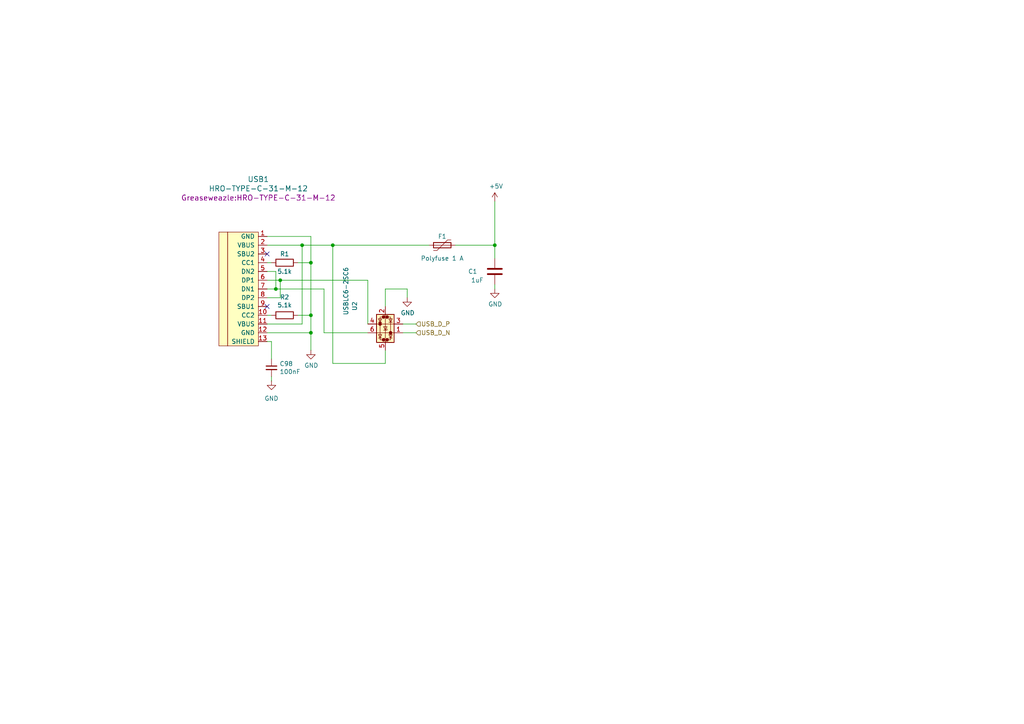
<source format=kicad_sch>
(kicad_sch (version 20231120) (generator "eeschema") (generator_version "8.0")
  (paper "A4")
  (title_block (title "Greaseweazle F7 Lighting, USB PD") (date "2023-08-27") (rev "2.04") (company "SweProj.com"))
  (lib_symbols
    (symbol "Device:C" (pin_numbers hide) (pin_names (offset 0.254))
      (property "Reference" "C" (at 0.635 2.54 0))
      (property "Value" "C" (at 0.635 -2.54 0))
      (symbol "C_0_1"
        (polyline (pts (xy -2.032 -0.762) (xy 2.032 -0.762)) (stroke (width 0.508)))
        (polyline (pts (xy -2.032 0.762) (xy 2.032 0.762)) (stroke (width 0.508)))
      )
      (symbol "C_1_1"
        (pin passive line (at 0 3.81 270) (length 2.794) (name "~") (number "1"))
        (pin passive line (at 0 -3.81 90) (length 2.794) (name "~") (number "2"))
      )
    )
    (symbol "Device:C_Small" (pin_numbers hide) (pin_names (offset 0.254) hide)
      (property "Reference" "C" (at 0.254 1.778 0))
      (property "Value" "C_Small" (at 0.254 -2.032 0))
      (symbol "C_Small_0_1"
        (polyline (pts (xy -1.524 -0.508) (xy 1.524 -0.508)) (stroke (width 0.3302)))
        (polyline (pts (xy -1.524 0.508) (xy 1.524 0.508)) (stroke (width 0.3048)))
      )
      (symbol "C_Small_1_1"
        (pin passive line (at 0 2.54 270) (length 2.032) (name "~") (number "1"))
        (pin passive line (at 0 -2.54 90) (length 2.032) (name "~") (number "2"))
      )
    )
    (symbol "Device:Polyfuse" (pin_numbers hide) (pin_names (offset 0))
      (property "Reference" "F" (at -2.54 0 90))
      (property "Value" "Polyfuse" (at 2.54 0 90))
      (symbol "Polyfuse_0_1"
        (rectangle (start -0.762 2.54) (end 0.762 -2.54) (stroke (width 0.254)))
        (polyline (pts (xy 0 2.54) (xy 0 -2.54)))
        (polyline (pts (xy -1.524 2.54) (xy -1.524 1.524) (xy 1.524 -1.524) (xy 1.524 -2.54)))
      )
      (symbol "Polyfuse_1_1"
        (pin passive line (at 0 3.81 270) (length 1.27) (name "~") (number "1"))
        (pin passive line (at 0 -3.81 90) (length 1.27) (name "~") (number "2"))
      )
    )
    (symbol "Device:R" (pin_numbers hide) (pin_names (offset 0))
      (property "Reference" "R" (at 2.032 0 90))
      (property "Value" "R" (at 0 0 90))
      (symbol "R_0_1"
        (rectangle (start -1.016 -2.54) (end 1.016 2.54) (stroke (width 0.254)))
      )
      (symbol "R_1_1"
        (pin passive line (at 0 3.81 270) (length 1.27) (name "~") (number "1"))
        (pin passive line (at 0 -3.81 90) (length 1.27) (name "~") (number "2"))
      )
    )
    (symbol "Greaseweazle:HRO-TYPE-C-31-M-12" (pin_names (offset 1.016))
      (property "Reference" "USB" (at -5.08 16.51 0))
      (property "Value" "HRO-TYPE-C-31-M-12" (at -10.16 -1.27 90))
      (symbol "HRO-TYPE-C-31-M-12_0_1"
        (rectangle (start -11.43 15.24) (end -8.89 -17.78) (fill (type background)))
        (rectangle (start 0 -17.78) (end -8.89 15.24) (fill (type background)))
      )
      (symbol "HRO-TYPE-C-31-M-12_1_1"
        (pin input line (at 2.54 13.97 180) (length 2.54) (name "GND") (number "1"))
        (pin input line (at 2.54 -8.89 180) (length 2.54) (name "CC2") (number "10"))
        (pin input line (at 2.54 -11.43 180) (length 2.54) (name "VBUS") (number "11"))
        (pin input line (at 2.54 -13.97 180) (length 2.54) (name "GND") (number "12"))
        (pin input line (at 2.54 -16.51 180) (length 2.54) (name "SHIELD") (number "13"))
        (pin input line (at 2.54 11.43 180) (length 2.54) (name "VBUS") (number "2"))
        (pin input line (at 2.54 8.89 180) (length 2.54) (name "SBU2") (number "3"))
        (pin input line (at 2.54 6.35 180) (length 2.54) (name "CC1") (number "4"))
        (pin input line (at 2.54 3.81 180) (length 2.54) (name "DN2") (number "5"))
        (pin input line (at 2.54 1.27 180) (length 2.54) (name "DP1") (number "6"))
        (pin input line (at 2.54 -1.27 180) (length 2.54) (name "DN1") (number "7"))
        (pin input line (at 2.54 -3.81 180) (length 2.54) (name "DP2") (number "8"))
        (pin input line (at 2.54 -6.35 180) (length 2.54) (name "SBU1") (number "9"))
      )
    )
    (symbol "Power_Protection:USBLC6-2SC6" (pin_names hide)
      (property "Reference" "U" (at 0.635 5.715 0))
      (property "Value" "USBLC6-2SC6" (at 0.635 3.81 0))
      (symbol "USBLC6-2SC6_0_0"
        (circle (center -1.524 0) (radius 0.0001) (stroke (width 0.508)))
        (circle (center -0.508 -4.572) (radius 0.0001) (stroke (width 0.508)))
        (circle (center -0.508 2.032) (radius 0.0001) (stroke (width 0.508)))
        (circle (center 0.508 -4.572) (radius 0.0001) (stroke (width 0.508)))
        (circle (center 0.508 2.032) (radius 0.0001) (stroke (width 0.508)))
        (circle (center 1.524 -2.54) (radius 0.0001) (stroke (width 0.508)))
      )
      (symbol "USBLC6-2SC6_0_1"
        (polyline (pts (xy -2.54 -2.54) (xy 2.54 -2.54)))
        (polyline (pts (xy -2.54 0) (xy 2.54 0)))
        (polyline (pts (xy -2.032 -3.048) (xy -1.016 -3.048)))
        (polyline (pts (xy -1.016 1.524) (xy -2.032 1.524)))
        (polyline (pts (xy 1.016 -3.048) (xy 2.032 -3.048)))
        (polyline (pts (xy 1.016 1.524) (xy 2.032 1.524)))
        (polyline (pts (xy -0.508 -1.143) (xy -0.508 -0.762) (xy 0.508 -0.762)))
        (polyline (pts (xy -2.032 0.508) (xy -1.016 0.508) (xy -1.524 1.524) (xy -2.032 0.508)))
        (polyline (pts (xy -1.016 -4.064) (xy -2.032 -4.064) (xy -1.524 -3.048) (xy -1.016 -4.064)))
        (polyline (pts (xy 0.508 -1.778) (xy -0.508 -1.778) (xy 0 -0.762) (xy 0.508 -1.778)))
        (polyline (pts (xy 2.032 -4.064) (xy 1.016 -4.064) (xy 1.524 -3.048) (xy 2.032 -4.064)))
        (polyline (pts (xy 2.032 0.508) (xy 1.016 0.508) (xy 1.524 1.524) (xy 2.032 0.508)))
        (polyline (pts (xy 0 2.54) (xy -0.508 2.032) (xy 0.508 2.032) (xy 0 1.524) (xy 0 -4.064) (xy -0.508 -4.572) (xy 0.508 -4.572) (xy 0 -5.08)))
      )
      (symbol "USBLC6-2SC6_1_1"
        (rectangle (start -2.54 2.794) (end 2.54 -5.334) (stroke (width 0.254)) (fill (type background)))
        (polyline (pts (xy -0.508 2.032) (xy -1.524 2.032) (xy -1.524 -4.572) (xy -0.508 -4.572)))
        (polyline (pts (xy 0.508 -4.572) (xy 1.524 -4.572) (xy 1.524 2.032) (xy 0.508 2.032)))
        (pin passive line (at -5.08 0 0) (length 2.54) (name "I/O1") (number "1"))
        (pin passive line (at 0 -7.62 90) (length 2.54) (name "GND") (number "2"))
        (pin passive line (at -5.08 -2.54 0) (length 2.54) (name "I/O2") (number "3"))
        (pin passive line (at 5.08 -2.54 180) (length 2.54) (name "I/O2") (number "4"))
        (pin passive line (at 0 5.08 270) (length 2.54) (name "VBUS") (number "5"))
        (pin passive line (at 5.08 0 180) (length 2.54) (name "I/O1") (number "6"))
      )
    )
    (symbol "power:+5V" (power) (pin_numbers hide) (pin_names (offset 0) hide)
      (property "Value" "+5V" (at 0 3.556 0))
      (symbol "+5V_0_1"
        (polyline (pts (xy -0.762 1.27) (xy 0 2.54)))
        (polyline (pts (xy 0 0) (xy 0 2.54)))
        (polyline (pts (xy 0 2.54) (xy 0.762 1.27)))
      )
      (symbol "+5V_1_1"
        (pin power_in line (at 0 0 90) (length 0) (name "~") (number "1"))
      )
    )
    (symbol "power:GND" (power) (pin_numbers hide) (pin_names (offset 0) hide)
      (property "Value" "GND" (at 0 -3.81 0))
      (symbol "GND_0_1"
        (polyline (pts (xy 0 0) (xy 0 -1.27) (xy 1.27 -1.27) (xy 0 -2.54) (xy -1.27 -1.27) (xy 0 -1.27)))
      )
      (symbol "GND_1_1"
        (pin power_in line (at 0 0 270) (length 0) (name "~") (number "1"))
      )
    )
  )
  (junction (at 87.63 71.12))
  (junction (at 90.17 91.44))
  (junction (at 143.51 71.12))
  (junction (at 90.17 96.52))
  (junction (at 81.28 81.28))
  (junction (at 90.17 76.2))
  (junction (at 96.52 71.12))
  (junction (at 80.01 83.82))
  (no_connect (at 77.47 73.66))
  (no_connect (at 77.47 88.9))
  (wire (pts (xy 77.47 83.82) (xy 80.01 83.82)))
  (wire (pts (xy 111.76 101.6) (xy 111.76 105.41)))
  (wire (pts (xy 143.51 58.42) (xy 143.51 71.12)))
  (wire (pts (xy 78.74 99.06) (xy 78.74 104.14)))
  (wire (pts (xy 111.76 83.82) (xy 118.11 83.82)))
  (wire (pts (xy 80.01 78.74) (xy 80.01 83.82)))
  (wire (pts (xy 77.47 99.06) (xy 78.74 99.06)))
  (wire (pts (xy 77.47 86.36) (xy 81.28 86.36)))
  (wire (pts (xy 77.47 96.52) (xy 90.17 96.52)))
  (wire (pts (xy 81.28 81.28) (xy 81.28 86.36)))
  (wire (pts (xy 143.51 82.55) (xy 143.51 83.82)))
  (wire (pts (xy 132.08 71.12) (xy 143.51 71.12)))
  (wire (pts (xy 87.63 71.12) (xy 87.63 93.98)))
  (wire (pts (xy 80.01 83.82) (xy 93.98 83.82)))
  (wire (pts (xy 86.36 76.2) (xy 90.17 76.2)))
  (wire (pts (xy 90.17 91.44) (xy 90.17 96.52)))
  (wire (pts (xy 77.47 71.12) (xy 87.63 71.12)))
  (wire (pts (xy 90.17 76.2) (xy 90.17 91.44)))
  (wire (pts (xy 77.47 81.28) (xy 81.28 81.28)))
  (wire (pts (xy 81.28 81.28) (xy 106.68 81.28)))
  (wire (pts (xy 116.84 93.98) (xy 120.65 93.98)))
  (wire (pts (xy 116.84 96.52) (xy 120.65 96.52)))
  (wire (pts (xy 90.17 68.58) (xy 90.17 76.2)))
  (wire (pts (xy 77.47 76.2) (xy 78.74 76.2)))
  (wire (pts (xy 78.74 109.22) (xy 78.74 110.49)))
  (wire (pts (xy 96.52 71.12) (xy 96.52 105.41)))
  (wire (pts (xy 90.17 96.52) (xy 90.17 101.6)))
  (wire (pts (xy 106.68 81.28) (xy 106.68 93.98)))
  (wire (pts (xy 93.98 83.82) (xy 93.98 96.52)))
  (wire (pts (xy 77.47 78.74) (xy 80.01 78.74)))
  (wire (pts (xy 93.98 96.52) (xy 106.68 96.52)))
  (wire (pts (xy 143.51 71.12) (xy 143.51 74.93)))
  (wire (pts (xy 87.63 71.12) (xy 96.52 71.12)))
  (wire (pts (xy 111.76 88.9) (xy 111.76 83.82)))
  (wire (pts (xy 96.52 105.41) (xy 111.76 105.41)))
  (wire (pts (xy 96.52 71.12) (xy 124.46 71.12)))
  (wire (pts (xy 77.47 91.44) (xy 78.74 91.44)))
  (wire (pts (xy 118.11 83.82) (xy 118.11 86.36)))
  (wire (pts (xy 77.47 68.58) (xy 90.17 68.58)))
  (wire (pts (xy 77.47 93.98) (xy 87.63 93.98)))
  (wire (pts (xy 86.36 91.44) (xy 90.17 91.44)))
  (hierarchical_label "USB_D_P" (shape input) (at 120.65 93.98 0))
  (hierarchical_label "USB_D_N" (shape input) (at 120.65 96.52 0))
  (symbol (lib_id "Device:Polyfuse") (at 128.27 71.12 270) (unit 1)
    (property "Reference" "F1" (at 128.27 68.58 90))
    (property "Value" "Polyfuse 1 A" (at 128.27 74.93 90))
    (property "Footprint" "Greaseweazle:Fuse_1206_3216Metric" (effects (hide yes)))
    (property "Description" "Resettable fuse, polymeric positive temperature coefficient" (effects (hide yes)))
    (property "LCSC" "C720075" (effects (hide yes)))
  )
  (symbol (lib_id "power:GND") (at 90.17 101.6 0) (unit 1)
    (property "Reference" "#PWR0104" (effects (hide yes)))
    (property "Value" "GND" (at 90.297 105.9942 0))
    (property "Description" "Power symbol creates a global label with name \"GND\" , ground" (effects (hide yes)))
  )
  (symbol (lib_id "power:GND") (at 143.51 83.82 0) (unit 1)
    (property "Reference" "#PWR0102" (effects (hide yes)))
    (property "Value" "GND" (at 143.637 88.2142 0))
    (property "Description" "Power symbol creates a global label with name \"GND\" , ground" (effects (hide yes)))
  )
  (symbol (lib_id "Greaseweazle:HRO-TYPE-C-31-M-12") (at 74.93 82.55 0) (unit 1)
    (property "Reference" "USB1" (at 74.93 51.9938 0) (effects (font (size 1.524 1.524))))
    (property "Value" "HRO-TYPE-C-31-M-12" (at 74.93 54.6862 0) (effects (font (size 1.524 1.524))))
    (property "Footprint" "Greaseweazle:HRO-TYPE-C-31-M-12" (at 74.93 57.3786 0) (effects (font (size 1.524 1.524))))
    (property "Datasheet" "https://datasheet.lcsc.com/szlcsc/1811131825_Korean-Hroparts-Elec-TYPE-C-31-M-12_C165948.pdf" (effects (hide yes)))
    (property "LCSC" "C165948" (effects (hide yes)))
  )
  (symbol (lib_id "Device:R") (at 82.55 76.2 270) (unit 1)
    (property "Reference" "R1" (at 82.55 73.66 90))
    (property "Value" "5.1k" (at 82.55 78.74 90))
    (property "Footprint" "Resistor_SMD:R_0402_1005Metric" (effects (hide yes)))
    (property "Description" "Resistor" (effects (hide yes)))
    (property "LCSC" "C25905" (effects (hide yes)))
  )
  (symbol (lib_id "Device:R") (at 82.55 91.44 270) (unit 1)
    (property "Reference" "R2" (at 82.55 86.1822 90))
    (property "Value" "5.1k" (at 82.55 88.4936 90))
    (property "Footprint" "Resistor_SMD:R_0402_1005Metric" (effects (hide yes)))
    (property "Description" "Resistor" (effects (hide yes)))
    (property "LCSC" "C25905" (effects (hide yes)))
  )
  (symbol (lib_id "Device:C") (at 143.51 78.74 0) (mirror x) (unit 1)
    (property "Reference" "C1" (at 137.1092 78.74 0))
    (property "Value" "1uF" (at 138.43 81.28 0))
    (property "Footprint" "Capacitor_SMD:C_0603_1608Metric" (effects (hide yes)))
    (property "Description" "Unpolarized capacitor" (effects (hide yes)))
    (property "LCSC" "C15849" (effects (hide yes)))
  )
  (symbol (lib_id "Power_Protection:USBLC6-2SC6") (at 111.76 96.52 180) (unit 1)
    (property "Reference" "U2" (at 102.87 90.17 90) (effects (justify right)))
    (property "Value" "USBLC6-2SC6" (at 100.33 91.44 90) (effects (justify right)))
    (property "Footprint" "Package_TO_SOT_SMD:SOT-23-6" (effects (hide yes)))
    (property "Datasheet" "https://www.st.com/resource/en/datasheet/usblc6-2.pdf" (effects (hide yes)))
    (property "Description" "Very low capacitance ESD protection diode, 2 data-line, SOT-23-6" (effects (hide yes)))
    (property "LCSC" "C7519" (effects (hide yes)))
  )
  (symbol (lib_id "power:GND") (at 118.11 86.36 0) (unit 1)
    (property "Reference" "#PWR0105" (effects (hide yes)))
    (property "Value" "GND" (at 118.237 90.7542 0))
    (property "Description" "Power symbol creates a global label with name \"GND\" , ground" (effects (hide yes)))
  )
  (symbol (lib_id "power:+5V") (at 143.51 58.42 0) (unit 1)
    (property "Reference" "#PWR0106" (effects (hide yes)))
    (property "Value" "+5V" (at 143.891 54.0258 0))
    (property "Description" "Power symbol creates a global label with name \"+5V\"" (effects (hide yes)))
  )
  (symbol (lib_id "power:GND") (at 78.74 110.49 0) (unit 1)
    (property "Reference" "#PWR042" (effects (hide yes)))
    (property "Value" "GND" (at 78.74 115.57 0))
    (property "Description" "Power symbol creates a global label with name \"GND\" , ground" (effects (hide yes)))
  )
  (symbol (lib_id "Device:C_Small") (at 78.74 106.68 0) (unit 1)
    (property "Reference" "C98" (at 81.0768 105.5116 0) (effects (justify left)))
    (property "Value" "100nF" (at 81.0768 107.823 0) (effects (justify left)))
    (property "Footprint" "Capacitor_SMD:C_0402_1005Metric" (effects (hide yes)))
    (property "Description" "Unpolarized capacitor, small symbol" (effects (hide yes)))
    (property "LCSC" "C1525" (effects (hide yes)))
  )
)
</source>
